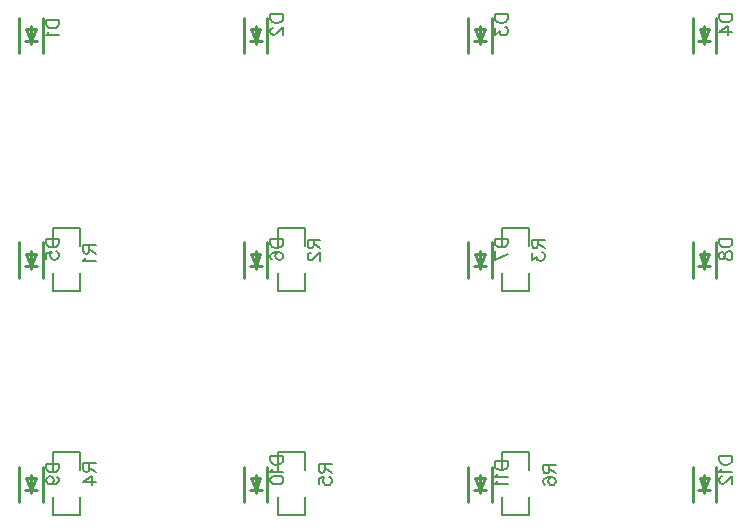
<source format=gbo>
G04 Layer: BottomSilkLayer*
G04 EasyEDA v6.2.46, 2019-11-23T13:25:43+01:00*
G04 d8a7f896a94247d8beab61903426e2c7,093294e231294aec929f11af430ff8d8,10*
G04 Gerber Generator version 0.2*
G04 Scale: 100 percent, Rotated: No, Reflected: No *
G04 Dimensions in millimeters *
G04 leading zeros omitted , absolute positions ,3 integer and 3 decimal *
%FSLAX33Y33*%
%MOMM*%
G90*
G71D02*

%ADD10C,0.254000*%
%ADD16C,0.152400*%
%ADD17C,0.199898*%

%LPD*%
G54D17*
G01X14857Y26742D02*
G01X14857Y28266D01*
G01X17143Y28266D01*
G01X17143Y26742D01*
G01X14857Y24456D02*
G01X14857Y22932D01*
G01X17143Y22932D01*
G01X17143Y24456D01*
G01X33857Y26742D02*
G01X33857Y28266D01*
G01X36143Y28266D01*
G01X36143Y26742D01*
G01X33857Y24456D02*
G01X33857Y22932D01*
G01X36143Y22932D01*
G01X36143Y24456D01*
G01X52857Y26742D02*
G01X52857Y28266D01*
G01X55143Y28266D01*
G01X55143Y26742D01*
G01X52857Y24456D02*
G01X52857Y22932D01*
G01X55143Y22932D01*
G01X55143Y24456D01*
G01X14857Y7742D02*
G01X14857Y9266D01*
G01X17143Y9266D01*
G01X17143Y7742D01*
G01X14857Y5456D02*
G01X14857Y3932D01*
G01X17143Y3932D01*
G01X17143Y5456D01*
G01X33857Y7742D02*
G01X33857Y9266D01*
G01X36143Y9266D01*
G01X36143Y7742D01*
G01X33857Y5456D02*
G01X33857Y3932D01*
G01X36143Y3932D01*
G01X36143Y5456D01*
G01X52857Y7742D02*
G01X52857Y9266D01*
G01X55143Y9266D01*
G01X55143Y7742D01*
G01X52857Y5456D02*
G01X52857Y3932D01*
G01X55143Y3932D01*
G01X55143Y5456D01*
G54D10*
G01X70000Y6042D02*
G01X70407Y7058D01*
G01X70407Y7058D02*
G01X69594Y7058D01*
G01X69594Y7058D02*
G01X70000Y6042D01*
G01X71000Y5050D02*
G01X71000Y8050D01*
G01X69000Y5050D02*
G01X69000Y8050D01*
G01X70508Y6042D02*
G01X69492Y6042D01*
G01X70000Y5788D02*
G01X70000Y7312D01*
G01X51000Y6042D02*
G01X51407Y7058D01*
G01X51407Y7058D02*
G01X50594Y7058D01*
G01X50594Y7058D02*
G01X51000Y6042D01*
G01X52000Y5050D02*
G01X52000Y8050D01*
G01X50000Y5050D02*
G01X50000Y8050D01*
G01X51508Y6042D02*
G01X50492Y6042D01*
G01X51000Y5788D02*
G01X51000Y7312D01*
G01X32000Y6042D02*
G01X32407Y7058D01*
G01X32407Y7058D02*
G01X31594Y7058D01*
G01X31594Y7058D02*
G01X32000Y6042D01*
G01X33000Y5050D02*
G01X33000Y8050D01*
G01X31000Y5050D02*
G01X31000Y8050D01*
G01X32508Y6042D02*
G01X31492Y6042D01*
G01X32000Y5788D02*
G01X32000Y7312D01*
G01X13000Y6042D02*
G01X13407Y7058D01*
G01X13407Y7058D02*
G01X12594Y7058D01*
G01X12594Y7058D02*
G01X13000Y6042D01*
G01X14000Y5050D02*
G01X14000Y8050D01*
G01X12000Y5050D02*
G01X12000Y8050D01*
G01X13508Y6042D02*
G01X12492Y6042D01*
G01X13000Y5788D02*
G01X13000Y7312D01*
G01X70000Y25042D02*
G01X70407Y26058D01*
G01X70407Y26058D02*
G01X69594Y26058D01*
G01X69594Y26058D02*
G01X70000Y25042D01*
G01X71000Y24050D02*
G01X71000Y27050D01*
G01X69000Y24050D02*
G01X69000Y27050D01*
G01X70508Y25042D02*
G01X69492Y25042D01*
G01X70000Y24788D02*
G01X70000Y26312D01*
G01X51000Y25042D02*
G01X51407Y26058D01*
G01X51407Y26058D02*
G01X50594Y26058D01*
G01X50594Y26058D02*
G01X51000Y25042D01*
G01X52000Y24050D02*
G01X52000Y27050D01*
G01X50000Y24050D02*
G01X50000Y27050D01*
G01X51508Y25042D02*
G01X50492Y25042D01*
G01X51000Y24788D02*
G01X51000Y26312D01*
G01X32000Y25042D02*
G01X32407Y26058D01*
G01X32407Y26058D02*
G01X31594Y26058D01*
G01X31594Y26058D02*
G01X32000Y25042D01*
G01X33000Y24050D02*
G01X33000Y27050D01*
G01X31000Y24050D02*
G01X31000Y27050D01*
G01X32508Y25042D02*
G01X31492Y25042D01*
G01X32000Y24788D02*
G01X32000Y26312D01*
G01X13000Y25042D02*
G01X13407Y26058D01*
G01X13407Y26058D02*
G01X12594Y26058D01*
G01X12594Y26058D02*
G01X13000Y25042D01*
G01X14000Y24050D02*
G01X14000Y27050D01*
G01X12000Y24050D02*
G01X12000Y27050D01*
G01X13508Y25042D02*
G01X12492Y25042D01*
G01X13000Y24788D02*
G01X13000Y26312D01*
G01X70000Y44042D02*
G01X70407Y45058D01*
G01X70407Y45058D02*
G01X69594Y45058D01*
G01X69594Y45058D02*
G01X70000Y44042D01*
G01X71000Y43050D02*
G01X71000Y46050D01*
G01X69000Y43050D02*
G01X69000Y46050D01*
G01X70508Y44042D02*
G01X69492Y44042D01*
G01X70000Y43788D02*
G01X70000Y45312D01*
G01X51000Y44042D02*
G01X51407Y45058D01*
G01X51407Y45058D02*
G01X50594Y45058D01*
G01X50594Y45058D02*
G01X51000Y44042D01*
G01X52000Y43050D02*
G01X52000Y46050D01*
G01X50000Y43050D02*
G01X50000Y46050D01*
G01X51508Y44042D02*
G01X50492Y44042D01*
G01X51000Y43788D02*
G01X51000Y45312D01*
G01X32000Y44042D02*
G01X32407Y45058D01*
G01X32407Y45058D02*
G01X31594Y45058D01*
G01X31594Y45058D02*
G01X32000Y44042D01*
G01X33000Y43050D02*
G01X33000Y46050D01*
G01X31000Y43050D02*
G01X31000Y46050D01*
G01X32508Y44042D02*
G01X31492Y44042D01*
G01X32000Y43788D02*
G01X32000Y45312D01*
G01X13000Y44042D02*
G01X13407Y45058D01*
G01X13407Y45058D02*
G01X12594Y45058D01*
G01X12594Y45058D02*
G01X13000Y44042D01*
G01X14000Y43050D02*
G01X14000Y46050D01*
G01X12000Y43050D02*
G01X12000Y46050D01*
G01X13508Y44042D02*
G01X12492Y44042D01*
G01X13000Y43788D02*
G01X13000Y45312D01*
G54D16*
G01X17395Y26804D02*
G01X18486Y26804D01*
G01X17395Y26804D02*
G01X17395Y26336D01*
G01X17447Y26180D01*
G01X17499Y26128D01*
G01X17603Y26076D01*
G01X17707Y26076D01*
G01X17810Y26128D01*
G01X17862Y26180D01*
G01X17914Y26336D01*
G01X17914Y26804D01*
G01X17914Y26440D02*
G01X18486Y26076D01*
G01X17603Y25733D02*
G01X17551Y25629D01*
G01X17395Y25474D01*
G01X18486Y25474D01*
G01X36396Y27271D02*
G01X37487Y27271D01*
G01X36396Y27271D02*
G01X36396Y26803D01*
G01X36448Y26647D01*
G01X36500Y26595D01*
G01X36604Y26543D01*
G01X36708Y26543D01*
G01X36811Y26595D01*
G01X36863Y26647D01*
G01X36915Y26803D01*
G01X36915Y27271D01*
G01X36915Y26907D02*
G01X37487Y26543D01*
G01X36656Y26148D02*
G01X36604Y26148D01*
G01X36500Y26097D01*
G01X36448Y26045D01*
G01X36396Y25941D01*
G01X36396Y25733D01*
G01X36448Y25629D01*
G01X36500Y25577D01*
G01X36604Y25525D01*
G01X36708Y25525D01*
G01X36811Y25577D01*
G01X36967Y25681D01*
G01X37487Y26200D01*
G01X37487Y25473D01*
G01X55396Y27271D02*
G01X56487Y27271D01*
G01X55396Y27271D02*
G01X55396Y26803D01*
G01X55448Y26648D01*
G01X55500Y26596D01*
G01X55604Y26544D01*
G01X55708Y26544D01*
G01X55812Y26596D01*
G01X55864Y26648D01*
G01X55916Y26803D01*
G01X55916Y27271D01*
G01X55916Y26907D02*
G01X56487Y26544D01*
G01X55396Y26097D02*
G01X55396Y25525D01*
G01X55812Y25837D01*
G01X55812Y25681D01*
G01X55864Y25577D01*
G01X55916Y25525D01*
G01X56071Y25473D01*
G01X56175Y25473D01*
G01X56331Y25525D01*
G01X56435Y25629D01*
G01X56487Y25785D01*
G01X56487Y25941D01*
G01X56435Y26097D01*
G01X56383Y26149D01*
G01X56279Y26201D01*
G01X17395Y8321D02*
G01X18486Y8321D01*
G01X17395Y8321D02*
G01X17395Y7853D01*
G01X17447Y7698D01*
G01X17498Y7646D01*
G01X17602Y7594D01*
G01X17706Y7594D01*
G01X17810Y7646D01*
G01X17862Y7698D01*
G01X17914Y7853D01*
G01X17914Y8321D01*
G01X17914Y7957D02*
G01X18486Y7594D01*
G01X17395Y6731D02*
G01X18122Y7251D01*
G01X18122Y6471D01*
G01X17395Y6731D02*
G01X18486Y6731D01*
G01X37335Y8270D02*
G01X38426Y8270D01*
G01X37335Y8270D02*
G01X37335Y7803D01*
G01X37387Y7647D01*
G01X37439Y7595D01*
G01X37543Y7543D01*
G01X37647Y7543D01*
G01X37751Y7595D01*
G01X37803Y7647D01*
G01X37855Y7803D01*
G01X37855Y8270D01*
G01X37855Y7907D02*
G01X38426Y7543D01*
G01X37335Y6576D02*
G01X37335Y7096D01*
G01X37803Y7148D01*
G01X37751Y7096D01*
G01X37699Y6940D01*
G01X37699Y6784D01*
G01X37751Y6628D01*
G01X37855Y6525D01*
G01X38011Y6473D01*
G01X38115Y6473D01*
G01X38271Y6525D01*
G01X38374Y6628D01*
G01X38426Y6784D01*
G01X38426Y6940D01*
G01X38374Y7096D01*
G01X38323Y7148D01*
G01X38219Y7200D01*
G01X56336Y8217D02*
G01X57427Y8217D01*
G01X56336Y8217D02*
G01X56336Y7749D01*
G01X56388Y7593D01*
G01X56440Y7541D01*
G01X56544Y7490D01*
G01X56648Y7490D01*
G01X56752Y7541D01*
G01X56804Y7593D01*
G01X56856Y7749D01*
G01X56856Y8217D01*
G01X56856Y7853D02*
G01X57427Y7490D01*
G01X56492Y6523D02*
G01X56388Y6575D01*
G01X56336Y6731D01*
G01X56336Y6835D01*
G01X56388Y6991D01*
G01X56544Y7095D01*
G01X56804Y7147D01*
G01X57063Y7147D01*
G01X57271Y7095D01*
G01X57375Y6991D01*
G01X57427Y6835D01*
G01X57427Y6783D01*
G01X57375Y6627D01*
G01X57271Y6523D01*
G01X57115Y6471D01*
G01X57063Y6471D01*
G01X56908Y6523D01*
G01X56804Y6627D01*
G01X56752Y6783D01*
G01X56752Y6835D01*
G01X56804Y6991D01*
G01X56908Y7095D01*
G01X57063Y7147D01*
G01X71255Y8950D02*
G01X72345Y8950D01*
G01X71255Y8950D02*
G01X71255Y8587D01*
G01X71306Y8429D01*
G01X71410Y8328D01*
G01X71514Y8275D01*
G01X71669Y8224D01*
G01X71931Y8224D01*
G01X72086Y8275D01*
G01X72190Y8328D01*
G01X72294Y8429D01*
G01X72345Y8587D01*
G01X72345Y8950D01*
G01X71463Y7881D02*
G01X71410Y7777D01*
G01X71255Y7619D01*
G01X72345Y7619D01*
G01X71514Y7225D02*
G01X71463Y7225D01*
G01X71359Y7172D01*
G01X71306Y7121D01*
G01X71255Y7017D01*
G01X71255Y6809D01*
G01X71306Y6705D01*
G01X71359Y6654D01*
G01X71463Y6601D01*
G01X71567Y6601D01*
G01X71669Y6654D01*
G01X71826Y6758D01*
G01X72345Y7276D01*
G01X72345Y6550D01*
G01X52255Y8483D02*
G01X53345Y8483D01*
G01X52255Y8483D02*
G01X52255Y8120D01*
G01X52306Y7962D01*
G01X52410Y7860D01*
G01X52514Y7807D01*
G01X52669Y7756D01*
G01X52931Y7756D01*
G01X53086Y7807D01*
G01X53190Y7860D01*
G01X53294Y7962D01*
G01X53345Y8120D01*
G01X53345Y8483D01*
G01X52463Y7413D02*
G01X52410Y7309D01*
G01X52255Y7152D01*
G01X53345Y7152D01*
G01X52463Y6809D02*
G01X52410Y6705D01*
G01X52255Y6550D01*
G01X53345Y6550D01*
G01X33255Y8950D02*
G01X34345Y8950D01*
G01X33255Y8950D02*
G01X33255Y8587D01*
G01X33306Y8429D01*
G01X33410Y8328D01*
G01X33514Y8275D01*
G01X33669Y8224D01*
G01X33931Y8224D01*
G01X34086Y8275D01*
G01X34190Y8328D01*
G01X34294Y8429D01*
G01X34345Y8587D01*
G01X34345Y8950D01*
G01X33463Y7881D02*
G01X33410Y7777D01*
G01X33255Y7619D01*
G01X34345Y7619D01*
G01X33255Y6966D02*
G01X33306Y7121D01*
G01X33463Y7226D01*
G01X33722Y7276D01*
G01X33877Y7276D01*
G01X34139Y7226D01*
G01X34294Y7121D01*
G01X34345Y6966D01*
G01X34345Y6862D01*
G01X34294Y6705D01*
G01X34139Y6601D01*
G01X33877Y6550D01*
G01X33722Y6550D01*
G01X33463Y6601D01*
G01X33306Y6705D01*
G01X33255Y6862D01*
G01X33255Y6966D01*
G01X14255Y8295D02*
G01X15345Y8295D01*
G01X14255Y8295D02*
G01X14255Y7932D01*
G01X14306Y7774D01*
G01X14410Y7673D01*
G01X14514Y7619D01*
G01X14669Y7568D01*
G01X14931Y7568D01*
G01X15086Y7619D01*
G01X15190Y7673D01*
G01X15294Y7774D01*
G01X15345Y7932D01*
G01X15345Y8295D01*
G01X14618Y6550D02*
G01X14773Y6601D01*
G01X14877Y6705D01*
G01X14931Y6860D01*
G01X14931Y6913D01*
G01X14877Y7068D01*
G01X14773Y7172D01*
G01X14618Y7225D01*
G01X14567Y7225D01*
G01X14410Y7172D01*
G01X14306Y7068D01*
G01X14255Y6913D01*
G01X14255Y6860D01*
G01X14306Y6705D01*
G01X14410Y6601D01*
G01X14618Y6550D01*
G01X14877Y6550D01*
G01X15139Y6601D01*
G01X15294Y6705D01*
G01X15345Y6860D01*
G01X15345Y6964D01*
G01X15294Y7121D01*
G01X15190Y7172D01*
G01X71255Y27348D02*
G01X72345Y27348D01*
G01X71255Y27348D02*
G01X71255Y26985D01*
G01X71306Y26827D01*
G01X71410Y26726D01*
G01X71514Y26672D01*
G01X71669Y26622D01*
G01X71931Y26622D01*
G01X72086Y26672D01*
G01X72190Y26726D01*
G01X72294Y26827D01*
G01X72345Y26985D01*
G01X72345Y27348D01*
G01X71255Y26017D02*
G01X71306Y26175D01*
G01X71410Y26225D01*
G01X71514Y26225D01*
G01X71618Y26175D01*
G01X71669Y26071D01*
G01X71722Y25862D01*
G01X71773Y25707D01*
G01X71877Y25603D01*
G01X71981Y25550D01*
G01X72139Y25550D01*
G01X72240Y25603D01*
G01X72294Y25654D01*
G01X72345Y25811D01*
G01X72345Y26017D01*
G01X72294Y26175D01*
G01X72240Y26225D01*
G01X72139Y26279D01*
G01X71981Y26279D01*
G01X71877Y26225D01*
G01X71773Y26121D01*
G01X71722Y25966D01*
G01X71669Y25758D01*
G01X71618Y25654D01*
G01X71514Y25603D01*
G01X71410Y25603D01*
G01X71306Y25654D01*
G01X71255Y25811D01*
G01X71255Y26017D01*
G01X52255Y27348D02*
G01X53345Y27348D01*
G01X52255Y27348D02*
G01X52255Y26985D01*
G01X52306Y26827D01*
G01X52410Y26726D01*
G01X52514Y26672D01*
G01X52669Y26622D01*
G01X52931Y26622D01*
G01X53086Y26672D01*
G01X53190Y26726D01*
G01X53294Y26827D01*
G01X53345Y26985D01*
G01X53345Y27348D01*
G01X52255Y25550D02*
G01X53345Y26070D01*
G01X52255Y26279D02*
G01X52255Y25550D01*
G01X33255Y27295D02*
G01X34345Y27295D01*
G01X33255Y27295D02*
G01X33255Y26932D01*
G01X33306Y26774D01*
G01X33410Y26673D01*
G01X33514Y26619D01*
G01X33669Y26568D01*
G01X33931Y26568D01*
G01X34086Y26619D01*
G01X34190Y26673D01*
G01X34294Y26774D01*
G01X34345Y26932D01*
G01X34345Y27295D01*
G01X33410Y25601D02*
G01X33306Y25654D01*
G01X33255Y25809D01*
G01X33255Y25913D01*
G01X33306Y26068D01*
G01X33463Y26172D01*
G01X33722Y26225D01*
G01X33981Y26225D01*
G01X34190Y26172D01*
G01X34294Y26068D01*
G01X34345Y25913D01*
G01X34345Y25860D01*
G01X34294Y25705D01*
G01X34190Y25601D01*
G01X34035Y25550D01*
G01X33981Y25550D01*
G01X33826Y25601D01*
G01X33722Y25705D01*
G01X33669Y25860D01*
G01X33669Y25913D01*
G01X33722Y26068D01*
G01X33826Y26172D01*
G01X33981Y26225D01*
G01X14255Y27348D02*
G01X15345Y27348D01*
G01X14255Y27348D02*
G01X14255Y26985D01*
G01X14306Y26827D01*
G01X14410Y26726D01*
G01X14514Y26673D01*
G01X14669Y26622D01*
G01X14931Y26622D01*
G01X15086Y26673D01*
G01X15190Y26726D01*
G01X15294Y26827D01*
G01X15345Y26985D01*
G01X15345Y27348D01*
G01X14255Y25654D02*
G01X14255Y26175D01*
G01X14722Y26225D01*
G01X14669Y26175D01*
G01X14618Y26017D01*
G01X14618Y25862D01*
G01X14669Y25707D01*
G01X14773Y25603D01*
G01X14931Y25550D01*
G01X15035Y25550D01*
G01X15190Y25603D01*
G01X15294Y25707D01*
G01X15345Y25862D01*
G01X15345Y26017D01*
G01X15294Y26175D01*
G01X15241Y26225D01*
G01X15139Y26279D01*
G01X71255Y46399D02*
G01X72345Y46399D01*
G01X71255Y46399D02*
G01X71255Y46036D01*
G01X71306Y45878D01*
G01X71410Y45777D01*
G01X71514Y45723D01*
G01X71669Y45673D01*
G01X71931Y45673D01*
G01X72086Y45723D01*
G01X72190Y45777D01*
G01X72294Y45878D01*
G01X72345Y46036D01*
G01X72345Y46399D01*
G01X71255Y44809D02*
G01X71981Y45330D01*
G01X71981Y44550D01*
G01X71255Y44809D02*
G01X72345Y44809D01*
G01X52255Y46348D02*
G01X53345Y46348D01*
G01X52255Y46348D02*
G01X52255Y45985D01*
G01X52306Y45828D01*
G01X52410Y45726D01*
G01X52514Y45673D01*
G01X52669Y45622D01*
G01X52931Y45622D01*
G01X53086Y45673D01*
G01X53190Y45726D01*
G01X53294Y45828D01*
G01X53345Y45985D01*
G01X53345Y46348D01*
G01X52255Y45175D02*
G01X52255Y44603D01*
G01X52669Y44913D01*
G01X52669Y44758D01*
G01X52722Y44654D01*
G01X52773Y44603D01*
G01X52931Y44550D01*
G01X53035Y44550D01*
G01X53190Y44603D01*
G01X53294Y44707D01*
G01X53345Y44862D01*
G01X53345Y45017D01*
G01X53294Y45175D01*
G01X53241Y45226D01*
G01X53139Y45279D01*
G01X33255Y46348D02*
G01X34345Y46348D01*
G01X33255Y46348D02*
G01X33255Y45985D01*
G01X33306Y45827D01*
G01X33410Y45726D01*
G01X33514Y45673D01*
G01X33669Y45622D01*
G01X33931Y45622D01*
G01X34086Y45673D01*
G01X34190Y45726D01*
G01X34294Y45827D01*
G01X34345Y45985D01*
G01X34345Y46348D01*
G01X33514Y45225D02*
G01X33463Y45225D01*
G01X33359Y45175D01*
G01X33306Y45121D01*
G01X33255Y45017D01*
G01X33255Y44811D01*
G01X33306Y44707D01*
G01X33359Y44654D01*
G01X33463Y44603D01*
G01X33567Y44603D01*
G01X33669Y44654D01*
G01X33826Y44758D01*
G01X34345Y45279D01*
G01X34345Y44550D01*
G01X14255Y45881D02*
G01X15345Y45881D01*
G01X14255Y45881D02*
G01X14255Y45518D01*
G01X14306Y45360D01*
G01X14410Y45259D01*
G01X14514Y45205D01*
G01X14669Y45154D01*
G01X14931Y45154D01*
G01X15086Y45205D01*
G01X15190Y45259D01*
G01X15294Y45360D01*
G01X15345Y45518D01*
G01X15345Y45881D01*
G01X14463Y44811D02*
G01X14410Y44707D01*
G01X14255Y44550D01*
G01X15345Y44550D01*
M00*
M02*

</source>
